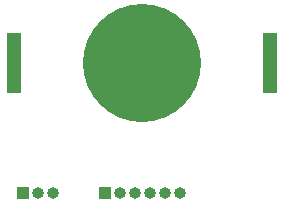
<source format=gbr>
%TF.GenerationSoftware,KiCad,Pcbnew,7.0.10*%
%TF.CreationDate,2026-02-12T12:37:37+08:00*%
%TF.ProjectId,NeepNeep-DAC-V2,4e656570-4e65-4657-902d-4441432d5632,V2*%
%TF.SameCoordinates,Original*%
%TF.FileFunction,Soldermask,Bot*%
%TF.FilePolarity,Negative*%
%FSLAX46Y46*%
G04 Gerber Fmt 4.6, Leading zero omitted, Abs format (unit mm)*
G04 Created by KiCad (PCBNEW 7.0.10) date 2026-02-12 12:37:37*
%MOMM*%
%LPD*%
G01*
G04 APERTURE LIST*
%ADD10R,1.000000X1.000000*%
%ADD11O,1.000000X1.000000*%
%ADD12R,1.150000X5.080000*%
%ADD13C,10.000000*%
G04 APERTURE END LIST*
D10*
%TO.C,J1*%
X-3099000Y-10998000D03*
D11*
X-1829000Y-10998000D03*
X-559000Y-10998000D03*
X711000Y-10998000D03*
X1981000Y-10998000D03*
X3251000Y-10998000D03*
%TD*%
D10*
%TO.C,J2*%
X-10084000Y-10998000D03*
D11*
X-8814000Y-10998000D03*
X-7544000Y-10998000D03*
%TD*%
D12*
%TO.C,BT1*%
X10875000Y0D03*
X-10875000Y0D03*
D13*
X0Y0D03*
%TD*%
M02*

</source>
